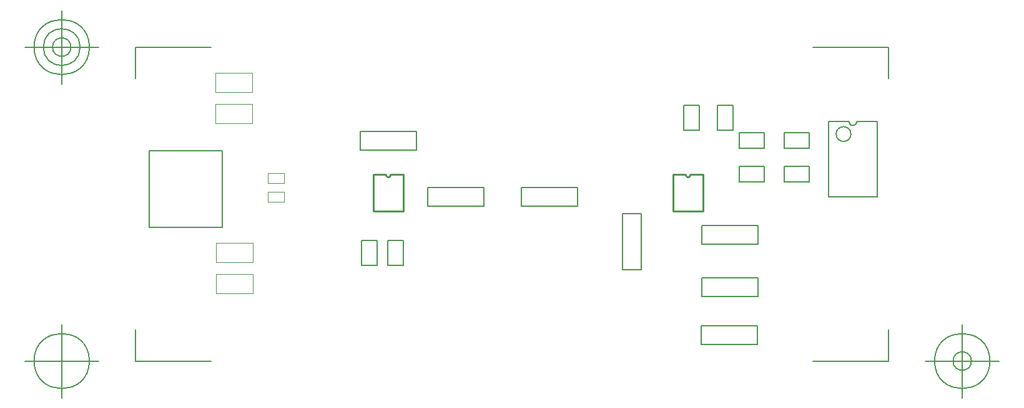
<source format=gbr>
G04 Generated by Ultiboard 14.0 *
%FSLAX34Y34*%
%MOMM*%

%ADD10C,0.0001*%
%ADD11C,0.2032*%
%ADD12C,0.0010*%
%ADD13C,0.2540*%
%ADD14C,0.1778*%
%ADD15C,0.1270*%


G04 ColorRGB 0000FF for the following layer *
%LN3D-Info Top*%
%LPD*%
G54D10*
G54D11*
X937280Y924760D02*
X937280Y822760D01*
X1003280Y822760D01*
X1003280Y924760D01*
X947580Y907969D02*
G75*
D01*
G02X947580Y907969I10000J0*
G01*
X965280Y924760D02*
X965299Y924324D01*
X965356Y923892D01*
X965450Y923466D01*
X965582Y923050D01*
X965748Y922647D01*
X965950Y922260D01*
X966184Y921892D01*
X966450Y921546D01*
X966744Y921224D01*
X967066Y920930D01*
X967412Y920664D01*
X967780Y920430D01*
X968167Y920228D01*
X968570Y920062D01*
X968986Y919930D01*
X969412Y919836D01*
X969844Y919779D01*
X970280Y919760D01*
X970716Y919779D01*
X971148Y919836D01*
X971574Y919930D01*
X971990Y920062D01*
X972393Y920228D01*
X972780Y920430D01*
X973148Y920664D01*
X973494Y920930D01*
X973816Y921224D01*
X974110Y921546D01*
X974376Y921892D01*
X974610Y922260D01*
X974812Y922647D01*
X974978Y923050D01*
X975110Y923466D01*
X975204Y923892D01*
X975261Y924324D01*
X975280Y924760D01*
X1003280Y924760D02*
X975280Y924760D01*
X965280Y924760D02*
X937280Y924760D01*
X115570Y781050D02*
X115570Y885190D01*
X16510Y885190D01*
X16510Y781050D01*
X115570Y781050D01*
X764540Y622300D02*
X840740Y622300D01*
X840740Y647700D01*
X764540Y647700D01*
X764540Y622300D01*
X765810Y687070D02*
X842010Y687070D01*
X842010Y712470D01*
X765810Y712470D01*
X765810Y687070D01*
X765810Y758190D02*
X842010Y758190D01*
X842010Y783590D01*
X765810Y783590D01*
X765810Y758190D01*
X520700Y810260D02*
X596900Y810260D01*
X596900Y835660D01*
X520700Y835660D01*
X520700Y810260D01*
X657860Y800100D02*
X657860Y723900D01*
X683260Y723900D01*
X683260Y800100D01*
X657860Y800100D01*
X302260Y886460D02*
X378460Y886460D01*
X378460Y911860D01*
X302260Y911860D01*
X302260Y886460D01*
X393700Y810260D02*
X469900Y810260D01*
X469900Y835660D01*
X393700Y835660D01*
X393700Y810260D01*
G54D12*
X176960Y841610D02*
X198960Y841610D01*
X198960Y855110D02*
X176960Y855110D01*
X176960Y841610D01*
X198960Y841610D02*
X198960Y855110D01*
X105759Y990700D02*
X155759Y990700D01*
X155759Y964700D01*
X105759Y964700D01*
X105759Y990700D01*
X155759Y922680D02*
X105759Y922680D01*
X105759Y948680D01*
X155759Y948680D01*
X155759Y922680D01*
X176960Y816210D02*
X198960Y816210D01*
X198960Y829710D02*
X176960Y829710D01*
X176960Y816210D01*
X198960Y816210D02*
X198960Y829710D01*
X106548Y759719D02*
X156548Y759719D01*
X156548Y733719D01*
X106548Y733719D01*
X106548Y759719D01*
X156548Y691699D02*
X106548Y691699D01*
X106548Y717699D01*
X156548Y717699D01*
X156548Y691699D01*
G54D13*
X320360Y853040D02*
X320360Y803040D01*
X360360Y803040D02*
X360360Y853040D01*
X337058Y853040D02*
X337060Y852774D01*
X337086Y852509D01*
X337134Y852247D01*
X337205Y851991D01*
X337298Y851742D01*
X337412Y851502D01*
X337547Y851272D01*
X337702Y851056D01*
X337874Y850853D01*
X338064Y850667D01*
X338269Y850497D01*
X338488Y850346D01*
X338720Y850215D01*
X338962Y850105D01*
X339213Y850016D01*
X339470Y849949D01*
X339733Y849905D01*
X339998Y849884D01*
X340264Y849886D01*
X340529Y849912D01*
X340791Y849960D01*
X341047Y850031D01*
X341296Y850124D01*
X341536Y850238D01*
X341766Y850373D01*
X341982Y850528D01*
X342185Y850700D01*
X342371Y850890D01*
X342541Y851095D01*
X342692Y851314D01*
X342823Y851546D01*
X342933Y851788D01*
X343022Y852039D01*
X343089Y852296D01*
X343133Y852559D01*
X343154Y852824D01*
X343154Y853040D01*
X333883Y853040D02*
X337058Y853040D01*
X334010Y853040D02*
X320360Y853040D01*
X360360Y853040D02*
X346710Y853040D01*
X346837Y853040D02*
X343154Y853040D01*
X320360Y803040D02*
X360360Y803040D01*
X726760Y853040D02*
X726760Y803040D01*
X766760Y803040D02*
X766760Y853040D01*
X743458Y853040D02*
X743460Y852774D01*
X743486Y852509D01*
X743534Y852247D01*
X743605Y851991D01*
X743698Y851742D01*
X743812Y851502D01*
X743947Y851272D01*
X744102Y851056D01*
X744274Y850853D01*
X744464Y850667D01*
X744669Y850497D01*
X744888Y850346D01*
X745120Y850215D01*
X745362Y850105D01*
X745613Y850016D01*
X745870Y849949D01*
X746133Y849905D01*
X746398Y849884D01*
X746664Y849886D01*
X746929Y849912D01*
X747191Y849960D01*
X747447Y850031D01*
X747696Y850124D01*
X747936Y850238D01*
X748166Y850373D01*
X748382Y850528D01*
X748585Y850700D01*
X748771Y850890D01*
X748941Y851095D01*
X749092Y851314D01*
X749223Y851546D01*
X749333Y851788D01*
X749422Y852039D01*
X749489Y852296D01*
X749533Y852559D01*
X749554Y852824D01*
X749554Y853040D01*
X740283Y853040D02*
X743458Y853040D01*
X740410Y853040D02*
X726760Y853040D01*
X766760Y853040D02*
X753110Y853040D01*
X753237Y853040D02*
X749554Y853040D01*
X726760Y803040D02*
X766760Y803040D01*
G54D14*
X850053Y888577D02*
X816187Y888577D01*
X816187Y909743D02*
X850053Y909743D01*
X850053Y888577D01*
X816187Y888577D02*
X816187Y909743D01*
X877147Y864023D02*
X911013Y864023D01*
X911013Y842857D02*
X877147Y842857D01*
X877147Y864023D01*
X911013Y864023D02*
X911013Y842857D01*
X325543Y763693D02*
X325543Y729827D01*
X304377Y729827D02*
X304377Y763693D01*
X325543Y763693D01*
X325543Y729827D02*
X304377Y729827D01*
X361103Y763693D02*
X361103Y729827D01*
X339937Y729827D02*
X339937Y763693D01*
X361103Y763693D01*
X361103Y729827D02*
X339937Y729827D01*
X786977Y913315D02*
X786977Y947181D01*
X808143Y947181D02*
X808143Y913315D01*
X786977Y913315D01*
X786977Y947181D02*
X808143Y947181D01*
X740619Y913315D02*
X740619Y947181D01*
X761785Y947181D02*
X761785Y913315D01*
X740619Y913315D01*
X740619Y947181D02*
X761785Y947181D01*
X911013Y888577D02*
X877147Y888577D01*
X877147Y909743D02*
X911013Y909743D01*
X911013Y888577D01*
X877147Y888577D02*
X877147Y909743D01*
X816187Y864023D02*
X850053Y864023D01*
X850053Y842857D02*
X816187Y842857D01*
X816187Y864023D01*
X850053Y864023D02*
X850053Y842857D01*
G54D15*
X-2540Y599440D02*
X-2540Y642113D01*
X-2540Y599440D02*
X99568Y599440D01*
X1018543Y599440D02*
X916435Y599440D01*
X1018543Y599440D02*
X1018543Y642113D01*
X1018543Y1026168D02*
X1018543Y983495D01*
X1018543Y1026168D02*
X916435Y1026168D01*
X-2540Y1026168D02*
X99568Y1026168D01*
X-2540Y1026168D02*
X-2540Y983495D01*
X-52540Y599440D02*
X-152540Y599440D01*
X-102540Y549440D02*
X-102540Y649440D01*
X-140040Y599440D02*
G75*
D01*
G02X-140040Y599440I37500J0*
G01*
X1068543Y599440D02*
X1168543Y599440D01*
X1118543Y549440D02*
X1118543Y649440D01*
X1081043Y599440D02*
G75*
D01*
G02X1081043Y599440I37500J0*
G01*
X1106043Y599440D02*
G75*
D01*
G02X1106043Y599440I12500J0*
G01*
X-52540Y1026168D02*
X-152540Y1026168D01*
X-102540Y976168D02*
X-102540Y1076168D01*
X-140040Y1026168D02*
G75*
D01*
G02X-140040Y1026168I37500J0*
G01*
X-127540Y1026168D02*
G75*
D01*
G02X-127540Y1026168I25000J0*
G01*
X-115040Y1026168D02*
G75*
D01*
G02X-115040Y1026168I12500J0*
G01*

M02*

</source>
